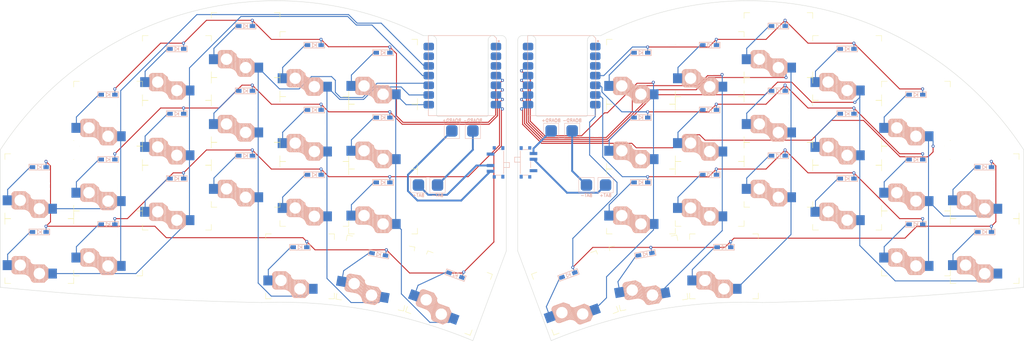
<source format=kicad_pcb>
(kicad_pcb (version 20221018) (generator pcbnew)
  (layers (0 "F.Cu" signal) (31 "B.Cu" signal) (34 "B.Paste" user) (35 "F.Paste" user) (36 "B.SilkS" user "B.Silkscreen") (37 "F.SilkS" user "F.Silkscreen") (38 "B.Mask" user) (39 "F.Mask" user) (44 "Edge.Cuts" user))
  (net 0 "")
  (net 1 "LROW1")
  (net 2 "Net-(D1-A)")
  (net 3 "LROW2")
  (net 4 "Net-(D2-A)")
  (net 5 "LROW3")
  (net 6 "Net-(D3-A)")
  (net 7 "LROW4")
  (net 8 "Net-(D4-A)")
  (net 9 "Net-(D5-A)")
  (net 10 "Net-(D6-A)")
  (net 11 "Net-(D7-A)")
  (net 12 "Net-(D8-A)")
  (net 13 "Net-(D9-A)")
  (net 14 "Net-(D10-A)")
  (net 15 "Net-(D11-A)")
  (net 16 "Net-(D12-A)")
  (net 17 "Net-(D13-A)")
  (net 18 "Net-(D14-A)")
  (net 19 "Net-(D15-A)")
  (net 20 "Net-(D16-A)")
  (net 21 "Net-(D17-A)")
  (net 22 "Net-(D18-A)")
  (net 23 "Net-(D19-A)")
  (net 24 "Net-(D20-A)")
  (net 25 "RROW1")
  (net 26 "Net-(D21-A)")
  (net 27 "RROW2")
  (net 28 "Net-(D22-A)")
  (net 29 "RROW3")
  (net 30 "Net-(D23-A)")
  (net 31 "RROW4")
  (net 32 "Net-(D24-A)")
  (net 33 "Net-(D25-A)")
  (net 34 "Net-(D26-A)")
  (net 35 "Net-(D27-A)")
  (net 36 "Net-(D28-A)")
  (net 37 "Net-(D29-A)")
  (net 38 "Net-(D30-A)")
  (net 39 "Net-(D31-A)")
  (net 40 "Net-(D32-A)")
  (net 41 "Net-(D33-A)")
  (net 42 "Net-(D34-A)")
  (net 43 "Net-(D35-A)")
  (net 44 "Net-(D36-A)")
  (net 45 "Net-(D37-A)")
  (net 46 "Net-(D38-A)")
  (net 47 "Net-(D39-A)")
  (net 48 "Net-(D40-A)")
  (net 49 "Net-(SW17A-B)")
  (net 50 "Net-(SW34A-B)")
  (net 51 "Net-(TP2-Pad1)")
  (net 52 "LCOL1")
  (net 53 "LCOL2")
  (net 54 "LCOL3")
  (net 55 "LCOL4")
  (net 56 "LCOL5")
  (net 57 "RCOL1")
  (net 58 "RCOL2")
  (net 59 "RCOL3")
  (net 60 "RCOL4")
  (net 61 "RCOL5")
  (net 62 "Net-(SW17A-C)")
  (net 63 "Net-(SW34A-C)")
  (net 71 "LGND")
  (net 75 "Net-(TP6-Pad1)")
  (net 76 "RGND")
  (footprint "kbd:ChocV1_V2_Hotswap" (layer "F.Cu") (at 181.25 69)
    (fp_text reference "SW23" hide)
    (fp_text value "SW_PUSH" hide)
  )
  (footprint "kbd:ChocV1_V2_Hotswap" (layer "F.Cu") (at 41.75 63)
    (fp_text reference "SW1" hide)
    (fp_text value "SW_PUSH" hide)
  )
  (footprint "kbd:ChocV1_V2_Hotswap" (layer "F.Cu") (at 181.25 52)
    (fp_text reference "SW22" hide)
    (fp_text value "SW_PUSH" hide)
  )
  (footprint "kbd:ChocV1_V2_Hotswap" (layer "F.Cu") (at 271.25 99)
    (fp_text reference "SW38" hide)
    (fp_text value "SW_PUSH" hide)
  )
  (footprint "kbd:5mm_hole" (layer "F.Cu") (at 189.5 42.5)
    (fp_text reference "REF**" hide)
    (fp_text value "5mm_hole" hide)
  )
  (footprint "kbd:ChocV1_V2_Hotswap" (layer "F.Cu") (at 95.75 84)
    (fp_text reference "SW15" hide)
    (fp_text value "SW_PUSH" hide)
  )
  (footprint "kbd:ChocV1_V2_Hotswap" (layer "F.Cu") (at 95.75 50)
    (fp_text reference "SW13" hide)
    (fp_text value "SW_PUSH" hide)
  )
  (footprint "kbd:ChocV1_V2_Hotswap" (layer "F.Cu") (at 59.75 85)
    (fp_text reference "SW7" hide)
    (fp_text value "SW_PUSH" hide)
  )
  (footprint "kbd:5mm_hole" (layer "F.Cu") (at 105.5 42.5)
    (fp_text reference "REF**" hide)
    (fp_text value "5mm_hole" hide)
  )
  (footprint "kbd:2.5mm_hole" (layer "F.Cu") (at 169.5 95.75)
    (fp_text reference "REF**" hide)
    (fp_text value "2.5mm_hole" hide)
  )
  (footprint "kbd:ChocV1_V2_Hotswap" (layer "F.Cu") (at 113.75 86)
    (fp_text reference "SW20" hide)
    (fp_text value "SW_PUSH" hide)
  )
  (footprint "kbd:ChocV1_V2_Hotswap" (layer "F.Cu") (at 41.75 80)
    (fp_text reference "SW2" hide)
    (fp_text value "SW_PUSH" hide)
  )
  (footprint "kbd:ChocV1_V2_Hotswap" (layer "F.Cu") (at 92 103)
    (fp_text reference "SW12" hide)
    (fp_text value "SW_PUSH" hide)
  )
  (footprint "kbd:2.5mm_hole" (layer "F.Cu") (at 169.5 67.5)
    (fp_text reference "REF**" hide)
    (fp_text value "2.5mm_hole" hide)
  )
  (footprint "kbd:ChocV1_V2_Hotswap" (layer "F.Cu") (at 181.25 86)
    (fp_text reference "SW24" hide)
    (fp_text value "SW_PUSH" hide)
  )
  (footprint "kbd:ChocV1_V2_Hotswap" (layer "F.Cu") (at 23.75 99)
    (fp_text reference "SW8" hide)
    (fp_text value "SW_PUSH" hide)
  )
  (footprint "kbd:ChocV1_V2_Hotswap" (layer "F.Cu") (at 59.75 68)
    (fp_text reference "SW6" hide)
    (fp_text value "SW_PUSH" hide)
  )
  (footprint "kbd:ChocV1_V2_Hotswap" (layer "F.Cu") (at 199.25 84)
    (fp_text reference "SW28" hide)
    (fp_text value "SW_PUSH" hide)
  )
  (footprint "kbd:ChocV1_V2_Hotswap" (layer "F.Cu") (at 203 103)
    (fp_text reference "SW33" hide)
    (fp_text value "SW_PUSH" hide)
  )
  (footprint "kbd:ChocV1_V2_Hotswap" (layer "F.Cu") (at 183.251148 104.741366 10)
    (fp_text reference "SW29" hide)
    (fp_text value "SW_PUSH" hide)
  )
  (footprint "kbd:5mm_hole" (layer "F.Cu") (at 172 101.25)
    (fp_text reference "REF**" hide)
    (fp_text value "5mm_hole" hide)
  )
  (footprint "kbd:ChocV1_V2_Hotswap" (layer "F.Cu") (at 130.996422 110.012609 -20)
    (fp_text reference "SW21" hide)
    (fp_text value "SW_PUSH" hide)
  )
  (footprint "kbd:ChocV1_V2_Hotswap" (layer "F.Cu") (at 253.25 63)
    (fp_text reference "SW39" hide)
    (fp_text value "SW_PUSH" hide)
  )
  (footprint "kbd:ChocV1_V2_Hotswap" (layer "F.Cu") (at 253.25 97)
    (fp_text reference "SW41" hide)
    (fp_text value "SW_PUSH" hide)
  )
  (footprint "kbd:5mm_hole" (layer "F.Cu") (at 123 101.25)
    (fp_text reference "REF**" hide)
    (fp_text value "5mm_hole" hide)
  )
  (footprint "kbd:ChocV1_V2_Hotswap" (layer "F.Cu") (at 113.75 69)
    (fp_text reference "SW19" hide)
    (fp_text value "SW_PUSH" hide)
  )
  (footprint "kbd:ChocV1_V2_Hotswap" (layer "F.Cu") (at 217.25 79)
    (fp_text reference "SW32" hide)
    (fp_text value "SW_PUSH" hide)
  )
  (footprint "kbd:ChocV1_V2_Hotswap" (layer "F.Cu") (at 199.25 67)
    (fp_text reference "SW27" hide)
    (fp_text value "SW_PUSH" hide)
  )
  (footprint "kbd:ChocV1_V2_Hotswap" (layer "F.Cu") (at 253.25 80)
    (fp_text reference "SW40" hide)
    (fp_text value "SW_PUSH" hide)
  )
  (footprint "kbd:ChocV1_V2_Hotswap" (layer "F.Cu") (at 217.25 62)
    (fp_text reference "SW31" hide)
    (fp_text value "SW_PUSH" hide)
  )
  (footprint "kbd:ChocV1_V2_Hotswap" (layer "F.Cu") (at 235.25 51)
    (fp_text reference "SW35" hide)
    (fp_text value "SW_PUSH" hide)
  )
  (footprint "kbd:ChocV1_V2_Hotswap" (layer "F.Cu") (at 113.75 52)
    (fp_text reference "SW18" hide)
    (fp_text value "SW_PUSH" hide)
  )
  (footprint "kbd:ChocV1_V2_Hotswap" (layer "F.Cu") (at 111.743757 104.762743 -10)
    (fp_text reference "SW16" hide)
    (fp_text value "SW_PUSH" hide)
  )
  (footprint "kbd:ChocV1_V2_Hotswap" (layer "F.Cu") (at 217.25 45)
    (fp_text reference "SW30" hide)
    (fp_text value "SW_PUSH" hide)
  )
  (footprint "kbd:ChocV1_V2_Hotswap" (layer "F.Cu") (at 235.25 68)
    (fp_text reference "SW36" hide)
    (fp_text value "SW_PUSH" hide)
  )
  (footprint "kbd:ChocV1_V2_Hotswap" (layer "F.Cu") (at 235.25 85)
    (fp_text reference "SW37" hide)
    (fp_text value "SW_PUSH" hide)
  )
  (footprint "kbd:ChocV1_V2_Hotswap" (layer "F.Cu") (at 77.75 79)
    (fp_text reference "SW11" hide)
    (fp_text value "SW_PUSH" hide)
  )
  (footprint "kbd:ChocV1_V2_Hotswap" (layer "F.Cu") (at 163.986884 109.9584 20)
    (fp_text reference "SW25" hide)
    (fp_text value "SW_PUSH" hide)
  )
  (footprint "kbd:ChocV1_V2_Hotswap" (layer "F.Cu") (at 77.75 62)
    (fp_text reference "SW10" hide)
    (fp_text value "SW_PUSH" hide)
  )
  (footprint "kbd:5mm_hole" (layer "F.Cu") (at 263 72.5)
    (fp_text reference "REF**" hide)
    (fp_text value "5mm_hole" hide)
  )
  (footprint "kbd:5mm_hole" (layer "F.Cu") (at 32 72.5)
    (fp_text reference "REF**" hide)
    (fp_text value "5mm_hole" hide)
  )
  (footprint "kbd:ChocV1_V2_Hotswap" (layer "F.Cu") (at 59.75 51)
    (fp_text reference "SW5" hide)
    (fp_text value "SW_PUSH" hide)
  )
  (footprint "kbd:2.5mm_hole" (layer "F.Cu") (at 125.5 67.5)
    (fp_text reference "REF**" hide)
    (fp_text value "2.5mm_hole" hide)
  )
  (footprint "kbd:ChocV1_V2_Hotswap" (layer "F.Cu") (at 271.25 82)
    (fp_text reference "SW42" hide)
    (fp_text value "SW_PUSH" hide)
  )
  (footprint "kbd:ChocV1_V2_Hotswap" (layer "F.Cu") (at 41.75 97)
    (fp_text reference "SW3" hide)
    (fp_text value "SW_PUSH" hide)
  )
  (footprint "kbd:ChocV1_V2_Hotswap" (layer "F.Cu") (at 199.25 50)
    (fp_text reference "SW26" hide)
    (fp_text value "SW_PUSH" hide)
  )
  (footprint "kbd:ChocV1_V2_Hotswap" (layer "F.Cu") (at 95.75 67)
    (fp_text reference "SW14" hide)
    (fp_text value "SW_PUSH" hide)
  )
  (footprint "kbd:ChocV1_V2_Hotswap" (layer "F.Cu") (at 23.75 82)
    (fp_text reference "SW4" hide)
    (fp_text value "SW_PUSH" hide)
  )
  (footprint "kbd:2.5mm_hole" (layer "F.Cu") (at 125.5 96)
    (fp_text reference "REF**" hide)
    (fp_text value "2.5mm_hole" hide)
  )
  (footprint "kbd:ChocV1_V2_Hotswap" (layer "F.Cu") (at 77.75 45)
    (fp_text reference "SW9" hide)
    (fp_text value "SW_PUSH" hide)
  )
  (footprint "kbd:D3_SMD_v2" (layer "B.Cu") (at 113.75 64 180)
    (fp_text reference "D18" hide)
    (fp_text value "D" hide)
  )
  (footprint "kbd:D3_SMD_v2" (layer "B.Cu") (at 77.75 74 180)
    (fp_text reference "D11" hide)
    (fp_text value "D" hide)
  )
  (footprint "kbd:D3_SMD_v2" (layer "B.Cu") (at 271.25 77 180)
    (fp_text reference "D40" hide)
    (fp_text value "D" hide)
  )
  (footprint "kbd:D3_SMD_v2" (layer "B.Cu") (at 77.75 57 180)
    (fp_text reference "D10" hide)
    (fp_text value "D" hide)
  )
  (footprint "kbd:D3_SMD_v2" (layer "B.Cu") (at 217.25 40 180)
    (fp_text reference "D29" hide)
    (fp_text value "D" hide)
  )
  (footprint "kbd:D3_SMD_v2" (layer "B.Cu") (at 59.75 80 180)
    (fp_text reference "D7" hide)
    (fp_text value "D" hide)
  )
  (footprint "kbd:D3_SMD_v2" (layer "B.Cu") (at 41.75 58 180)
    (fp_text reference "D1" hide)
    (fp_text value "D" hide)
  )
  (footprint "MSK-12C02:MSK-12C02" (layer "B.Cu") (at 151.025 75.75 90)
    (fp_text reference "SW34" hide)
    (fp_text value "SW_DPDT_x2" hide)
  )
  (footprint "kbd:1pad_conn_board" (layer "B.Cu") (at 131.75 67.5 180)
    (fp_text reference "BOARD+")
    (fp_text value "BOARD+" hide)
  )
  (footprint "kbd:D3_SMD_v2" (layer "B.Cu") (at 77.75 40 180)
    (fp_text reference "D9" hide)
    (fp_text value "D" hide)
  )
  (footprint "kbd:D3_SMD_v2" (layer "B.Cu") (at 203 98 180)
    (fp_text reference "D32" hide)
    (fp_text value "D" hide)
  )
  (footprint "xiao_nrf52840:xiao_nrf52840_v2" (layer "B.Cu") (at 160.5 53 180)
    (fp_text reference "U2" hide)
    (fp_text value "xiao_nrf52840" hide)
  )
  (footprint "kbd:1pad_conn_board" (layer "B.Cu") (at 137.25 67.5 180)
    (fp_text reference "BOARD-")
    (fp_text value "BOARD-" hide)
  )
  (footprint "kbd:D3_SMD_v2" (layer "B.Cu") (at 92 98 180)
    (fp_text reference "D12" hide)
    (fp_text value "D" hide)
  )
  (footprint "kbd:1pad_conn_board" (layer "B.Cu") (at 172 81.7 180)
    (fp_text reference "BAT+")
    (fp_text value "BAT+" hide)
  )
  (footprint "kbd:D3_SMD_v2" (layer "B.Cu") (at 271.25 94 180)
    (fp_text reference "D36" hide)
    (fp_text value "D" hide)
  )
  (footprint "kbd:D3_SMD_v2" (layer "B.Cu") (at 217.25 57 180)
    (fp_text reference "D30" hide)
    (fp_text value "D" hide)
  )
  (footprint "kbd:D3_SMD_v2" (layer "B.Cu") (at 23.75 77 180)
    (fp_text reference "D4" hide)
    (fp_text value "D" hide)
  )
  (footprint "kbd:D3_SMD_v2" (layer "B.Cu") (at 162.276782 105.259936 -160)
    (fp_text reference "D24" hide)
    (fp_text value "D" hide)
  )
  (footprint "kbd:D3_SMD_v2" (layer "B.Cu") (at 253.25 58 180)
    (fp_text reference "D37" hide)
    (fp_text value "D" hide)
  )
  (footprint "kbd:D3_SMD_v2" (layer "B.Cu") (at 59.75 46 180)
    (fp_text reference "D5" hide)
    (fp_text value "D" hide)
  )
  (footprint "kbd:1pad_conn_board" (layer "B.Cu") (at 163.25 67.5 180)
    (fp_text reference "BOARD-")
    (fp_text value "BOARD-" hide)
  )
  (footprint "kbd:D3_SMD_v2" (layer "B.Cu") (at 181.25 47 180)
    (fp_text reference "D21" hide)
    (fp_text value "D" hide)
  )
  (footprint "xiao_nrf52840:xiao_nrf52840_v2" (layer "B.Cu") (at 134.5 53 180)
    (fp_text reference "U1" hide)
    (fp_text value "xiao_nrf52840" hide)
  )
  (footprint "MSK-12C02:MSK-12C02" (layer "B.Cu") (at 143.975 75.75 -90)
    (fp_text reference "SW17" hide)
    (fp_text value "SW_DPDT_x2" hide)
  )
  (footprint "kbd:1pad_conn_board" (layer "B.Cu") (at 167 81.7 180)
    (fp_text reference "BAT-")
    (fp_text value "BAT-" hide)
  )
  (footprint "kbd:D3_SMD_v2" (layer "B.Cu") (at 41.75 75 180)
    (fp_text reference "D2" hide)
    (fp_text value "D" hide)
  )
  (footprint "kbd:D3_SMD_v2" (layer "B.Cu") (at 217.25 74 180)
    (fp_text reference "D31" hide)
    (fp_text value "D" hide)
  )
  (footprint "kbd:D3_SMD_v2" (layer "B.Cu") (at 113.75 81 180)
    (fp_text reference "D19" hide)
    (fp_text value "D" hide)
  )
  (footprint "kbd:D3_SMD_v2" (layer "B.Cu") (at 199.25 79 180)
    (fp_text reference "D27" hide)
    (fp_text value "D" hide)
  )
  (footprint "kbd:D3_SMD_v2" (layer "B.Cu") (at 23.75 94 180)
    (fp_text reference "D8" hide)
    (fp_text value "D" hide)
  )
  (footprint "kbd:1pad_conn_board" (layer "B.Cu") (at 157.75 67.5 180)
    (fp_text reference "BOARD+")
    (fp_text value "BOARD+" hide)
  )
  (footprint "kbd:D3_SMD_v2" (layer "B.Cu") (at 199.25 45 180)
    (fp_text reference "D25" hide)
    (fp_text value "D" hide)
  )
  (footprint "kbd:D3_SMD_v2" (layer "B.Cu") (at 59.75 63 180)
    (fp_text reference "D6" hide)
    (fp_text value "D" hide)
  )
  (footprint "kbd:1pad_conn_board" (layer "B.Cu") (at 128 81.7 180)
    (fp_text reference "BAT-")
    (fp_text value "BAT-" hide)
  )
  (footprint "kbd:D3_SMD_v2" (layer "B.Cu") (at 95.75 62 180)
    (fp_text reference "D14" hide)
    (fp_text value "D" hide)
  )
  (footprint "kbd:D3_SMD_v2" (layer "B.Cu") (at 253.25 92 180)
    (fp_text reference "D39" hide)
    (fp_text value "D" hide)
  )
  (footprint "kbd:D3_SMD_v2" (layer "B.Cu") (at 112.619163 99.84808 170)
    (fp_text reference "D16" hide)
    (fp_text value "D" hide)
  )
  (footprint "kbd:D3_SMD_v2" (layer "B.Cu") (at 95.75 79 180)
    (fp_text reference "D15" hide)
    (fp_text value "D" hide)
  )
  (footprint "kbd:D3_SMD_v2" (layer "B.Cu") (at 235.25 80 180)
    (fp_text reference "D35" hide)
    (fp_text value "D" hide)
  )
  (footprint "kbd:D3_SMD_v2" (layer "B.Cu") (at 132.703186 105.322207 160)
    (fp_text reference "D20" hide)
    (fp_text value "D" hide)
  )
  (footprint "kbd:D3_SMD_v2" (layer "B.Cu") (at 113.75 47 180)
    (fp_text reference "D17" hide)
    (fp_text value "D" hide)
  )
  (footprint "kbd:D3_SMD_v2" (layer "B.Cu") (at 182.383632 99.825631 -170)
    (fp_text reference "D28" hide)
    (fp_text value "D" hide)
  )
  (footprint "kbd:D3_SMD_v2" (layer "B.Cu") (at 199.25 62 180)
    (fp_text reference "D26" hide)
    (fp_text value "D" hide)
  )
  (footprint "kbd:D3_SMD_v2" (layer "B.Cu") (at 41.75 92 180)
    (fp_text reference "D3" hide)
    (fp_text value "D" hide)
  )
  (footprint "kbd:D3_SMD_v2" (layer "B.Cu") (at 235.25 63 180)
    (fp_text reference "D34" hide)
    (fp_text value "D" hide)
  )
  (footprint "kbd:D3_SMD_v2" (layer "B.Cu") (at 235.25 46 180)
    (fp_text reference "D33" hide)
    (fp_text value "D" hide)
  )
  (footprint "kbd:D3_SMD_v2" (layer "B.Cu") (at 181.25 64 180)
    (fp_text reference "D22" hide)
    (fp_text value "D" hide)
  )
  (footprint "kbd:D3_SMD_v2" (layer "B.Cu") (at 95.75 45 180)
    (fp_text reference "D13" hide)
    (fp_text value "D" hide)
  )
  (footprint "kbd:1pad_conn_board" (layer "B.Cu") (at 123 81.7 180)
    (fp_text reference "BAT+")
    (fp_text value "BAT+" hide)
  )
  (footprint "kbd:D3_SMD_v2" (layer "B.Cu") (at 181.25 81 180)
    (fp_text reference "D23" hide)
    (fp_text value "D" hide)
  )
  (footprint "kbd:D3_SMD_v2" (layer "B.Cu") (at 253.25 75 180)
    (fp_text reference "D38" hide)
    (fp_text value "D" hide)
  )
  (gr_line (start 137.25 122.5) (end 146 99) (stroke (width 0.1)) (layer "Edge.Cuts"))
  (gr_arc (start 281.5 108.5) (mid 247.289787 111.181348) (end 213 112.5) (stroke (width 0.1)) (layer "Edge.Cuts"))
  (gr_line (start 167.25 63.25) (end 167.25 43.75) (stroke (width 0.1)) (layer "Edge.Cuts"))
  (gr_line (start 142.5 42.5) (end 144.75 42.5) (stroke (width 0.1)) (layer "Edge.Cuts"))
  (gr_line (start 149 99) (end 157.75 122.5) (stroke (width 0.1)) (layer "Edge.Cuts"))
  (gr_arc (start 126.5 42.5) (mid 127.383883 42.866117) (end 127.75 43.75) (stroke (width 0.1)) (layer "Edge.Cuts"))
  (gr_arc (start 128.25 63.75) (mid 127.896447 63.603553) (end 127.75 63.25) (stroke (width 0.1)) (layer "Edge.Cuts"))
  (gr_arc (start 141.25 63.25) (mid 141.103553 63.603553) (end 140.75 63.75) (stroke (width 0.1)) (layer "Edge.Cuts"))
  (gr_line (start 128.25 63.75) (end 140.75 63.75) (stroke (width 0.1)) (layer "Edge.Cuts"))
  (gr_line (start 168.5 42.5) (end 170.75 42.5) (stroke (width 0.1)) (layer "Edge.Cuts"))
  (gr_arc (start 170.75 42.5) (mid 231.850316 36.364041) (end 281.5 72.5) (stroke (width 0.1)) (layer "Edge.Cuts"))
  (gr_arc (start 82 112.5) (mid 110.16468 114.518267) (end 137.25 122.5) (stroke (width 0.1)) (layer "Edge.Cuts"))
  (gr_line (start 141.25 63.25) (end 141.25 43.75) (stroke (width 0.1)) (layer "Edge.Cuts"))
  (gr_line (start 146 99) (end 146 43.75) (stroke (width 0.1)) (layer "Edge.Cuts"))
  (gr_line (start 127.75 43.75) (end 127.75 63.25) (stroke (width 0.1)) (layer "Edge.Cuts"))
  (gr_line (start 149 43.75) (end 149 99) (stroke (width 0.1)) (layer "Edge.Cuts"))
  (gr_line (start 150.25 42.5) (end 152.5 42.5) (stroke (width 0.1)) (layer "Edge.Cuts"))
  (gr_line (start 281.5 108.5) (end 281.5 72.5) (stroke (width 0.1)) (layer "Edge.Cuts"))
  (gr_line (start 153.75 63.25) (end 153.75 43.75) (stroke (width 0.1)) (layer "Edge.Cuts"))
  (gr_line (start 154.25 63.75) (end 166.75 63.75) (stroke (width 0.1)) (layer "Edge.Cuts"))
  (gr_arc (start 154.25 63.75) (mid 153.896447 63.603553) (end 153.75 63.25) (stroke (width 0.1)) (layer "Edge.Cuts"))
  (gr_arc (start 82 112.5) (mid 47.710213 111.181348) (end 13.5 108.5) (stroke (width 0.1)) (layer "Edge.Cuts"))
  (gr_line (start 126.5 42.5) (end 124.25 42.5) (stroke (width 0.1)) (layer "Edge.Cuts"))
  (gr_line (start 13.5 72.5) (end 13.5 108.5) (stroke (width 0.1)) (layer "Edge.Cuts"))
  (gr_arc (start 141.25 43.75) (mid 141.616117 42.866117) (end 142.5 42.5) (stroke (width 0.1)) (layer "Edge.Cuts"))
  (gr_arc (start 167.25 63.25) (mid 167.103553 63.603553) (end 166.75 63.75) (stroke (width 0.1)) (layer "Edge.Cuts"))
  (gr_arc (start 13.5 72.5) (mid 63.149681 36.364033) (end 124.25 42.5) (stroke (width 0.1)) (layer "Edge.Cuts"))
  (gr_arc (start 149 43.75) (mid 149.366117 42.866117) (end 150.25 42.5) (stroke (width 0.1)) (layer "Edge.Cuts"))
  (gr_arc (start 167.25 43.75) (mid 167.616117 42.866117) (end 168.5 42.5) (stroke (width 0.1)) (layer "Edge.Cuts"))
  (gr_arc (start 157.75 122.5) (mid 184.83532 114.51827) (end 213 112.5) (stroke (width 0.1)) (layer "Edge.Cuts"))
  (gr_arc (start 152.5 42.5) (mid 153.383883 42.866117) (end 153.75 43.75) (stroke (width 0.1)) (layer "Edge.Cuts"))
  (gr_arc (start 144.75 42.5) (mid 145.633883 42.866117) (end 146 43.75) (stroke (width 0.1)) (layer "Edge.Cuts"))
  (segment (start 84.5 43.5) (end 97.5 43.5) (width 0.25) (layer "F.Cu") (net 1))
  (segment (start 97.5 43.5) (end 99.425 45.425) (width 0.25) (layer "F.Cu") (net 1))
  (segment (start 99.425 45.425) (end 115.425 45.425) (width 0.25) (layer "F.Cu") (net 1))
  (segment (start 55.5 44.5) (end 61.5 44.5) (width 0.25) (layer "F.Cu") (net 1))
  (segment (start 67.5 38.5) (end 79.5 38.5) (width 0.25) (layer "F.Cu") (net 1))
  (segment (start 79.5 38.5) (end 84.5 43.5) (width 0.25) (layer "F.Cu") (net 1))
  (segment (start 145.00524 54.244982) (end 143.225 56.025222) (width 0.25) (layer "F.Cu") (net 1))
  (segment (start 117.25 47.25) (end 115.5 45.5) (width 0.25) (layer "F.Cu") (net 1))
  (segment (start 141.292894 65.25) (end 118.957106 65.25) (width 0.25) (layer "F.Cu") (net 1))
  (segment (start 43.5 56.5) (end 55.5 44.5) (width 0.25) (layer "F.Cu") (net 1))
  (segment (start 117.25 63.542894) (end 117.25 47.25) (width 0.25) (layer "F.Cu") (net 1))
  (segment (start 143.225 56.025222) (end 143.225 63.317894) (width 0.25) (layer "F.Cu") (net 1))
  (segment (start 118.957106 65.25) (end 117.25 63.542894) (width 0.25) (layer "F.Cu") (net 1))
  (segment (start 115.425 45.425) (end 115.5 45.5) (width 0.25) (layer "F.Cu") (net 1))
  (segment (start 143.225 63.317894) (end 141.292894 65.25) (width 0.25) (layer "F.Cu") (net 1))
  (segment (start 61.5 44.5) (end 67.5 38.5) (width 0.25) (layer "F.Cu") (net 1))
  (via (at 43.5 56.5) (size 0.8) (drill 0.4) (layers "F.Cu" "B.Cu") (net 1))
  (via (at 61.5 44.5) (size 0.8) (drill 0.4) (layers "F.Cu" "B.Cu") (net 1))
  (via (at 145.00524 54.244982) (size 0.8) (drill 0.4) (layers "F.Cu" "B.Cu") (net 1))
  (via (at 79.5 38.5) (size 0.8) (drill 0.4) (layers "F.Cu" "B.Cu") (net 1))
  (via (at 97.5 43.5) (size 0.8) (drill 0.4) (layers "F.Cu" "B.Cu") (net 1))
  (via (at 115.5 45.5) (size 0.8) (drill 0.4) (layers "F.Cu" "B.Cu") (net 1))
  (segment (start 61.525 44.525) (end 61.5 44.5) (width 0.25) (layer "B.Cu") (net 1))
  (segment (start 115.525 47) (end 115.525 45.525) (width 0.25) (layer "B.Cu") (net 1))
  (segment (start 97.525 43.525) (end 97.5 43.5) (width 0.25) (layer "B.Cu") (net 1))
  (segment (start 79.525 38.525) (end 79.5 38.5) (width 0.25) (layer "B.Cu") (net 1))
  (segment (start 115.525 45.525) (end 115.5 45.5) (width 0.25) (layer "B.Cu") (net 1))
  (segment (start 43.525 56.525) (end 43.5 56.5) (width 0.25) (layer "B.Cu") (net 1))
  (segment (start 97.525 45) (end 97.525 43.525) (width 0.25) (layer "B.Cu") (net 1))
  (segment (start 43.525 58) (end 43.525 56.525) (width 0.25) (layer "B.Cu") (net 1))
  (segment (start 61.525 46) (end 61.525 44.525) (width 0.25) (layer "B.Cu") (net 1))
  (segment (start 143.3 53) (end 143.760258 53) (width 0.25) (layer "B.Cu") (net 1))
  (segment (start 143.760258 53) (end 145.00524 54.244982) (width 0.25) (layer "B.Cu") (net 1))
  (segment (start 79.525 40) (end 79.525 38.525) (width 0.25) (layer "B.Cu") (net 1))
  (segment (start 39.305456 58) (end 39.975 58) (width 0.25) (layer "B.Cu") (net 2))
  (segment (start 33.45 66.7) (end 33.45 63.855456) (width 0.25) (layer "B.Cu") (net 2))
  (segment (start 33.45 63.855456) (end 39.305456 58) (width 0.25) (layer "B.Cu") (net 2))
  (segment (start 99.5 62.5) (end 97.5 60.5) (width 0.25) (layer "F.Cu") (net 3))
  (segment (start 115.5 62.5) (end 99.5 62.5) (width 0.25) (layer "F.Cu") (net 3))
  (segment (start 143.725 58.025) (end 143.725 63.525) (width 0.25) (layer "F.Cu") (net 3))
  (segment (start 55.5 61.5) (end 61.5 61.5) (width 0.25) (layer "F.Cu") (net 3))
  (segment (start 143.725 63.525) (end 141.5 65.75) (width 0.25) (layer "F.Cu") (net 3))
  (segment (start 70.805456 61.5) (end 61.5 61.5) (width 0.25) (layer "F.Cu") (net 3))
  (segment (start 97.5 60.5) (end 84.5 60.5) (width 0.25) (layer "F.Cu") (net 3))
  (segment (start 43.5 73.5) (end 55.5 61.5) (width 0.25) (layer "F.Cu") (net 3))
  (segment (start 76.805456 55.5) (end 70.805456 61.5) (width 0.25) (layer "F.Cu") (net 3))
  (segment (start 79.5 55.5) (end 76.805456 55.5) (width 0.25) (layer "F.Cu") (net 3))
  (segment (start 145 56.75) (end 143.725 58.025) (width 0.25) (layer "F.Cu") (net 3))
  (segment (start 141.5 65.75) (end 118.75 65.75) (width 0.25) (layer "F.Cu") (net 3))
  (segment (start 84.5 60.5) (end 79.5 55.5) (width 0.25) (layer "F.Cu") (net 3))
  (segment (start 118.75 65.75) (end 115.5 62.5) (width 0.25) (layer "F.Cu") (net 3))
  (via (at 97.5 60.5) (size 0.8) (drill 0.4) (layers "F.Cu" "B.Cu") (net 3))
  (via (at 61.5 61.5) (size 0.8) (drill 0.4) (layers "F.Cu" "B.Cu") (net 3))
  (via (at 115.5 62.5) (size 0.8) (drill 0.4) (layers "F.Cu" "B.Cu") (net 3))
  (via (at 43.5 73.5) (size 0.8) (drill 0.4) (layers "F.Cu" "B.Cu") (net 3))
  (via (at 145 56.75) (size 0.8) (drill 0.4) (layers "F.Cu" "B.Cu") (net 3))
  (via (at 79.5 55.5) (size 0.8) (drill 0.4) (layers "F.Cu" "B.Cu") (net 3))
  (segment (start 143.79 55.54) (end 145 56.75) (width 0.25) (layer "B.Cu") (net 3))
  (segment (start 79.525 57) (end 79.525 55.525) (width 0.25) (layer "B.Cu") (net 3))
  (segment (start 143.3 55.54) (end 143.79 55.54) (width 0.25) (layer "B.Cu") (net 3))
  (segment (start 115.525 64) (end 115.525 62.525) (width 0.25) (layer "B.Cu") (net 3))
  (segment (start 61.525 61.525) (end 61.5 61.5) (width 0.25) (layer "B.Cu") (net 3))
  (segment (start 115.525 62.525) (end 115.5 62.5) (width 0.25) (layer "B.Cu") (net 3))
  (segment (start 97.525 62) (end 97.525 60.525) (width 0.25) (layer "B.Cu") (net 3))
  (segment (start 79.525 55.525) (end 79.5 55.5) (width 0.25) (layer "B.Cu") (net 3))
  (segment (start 43.525 73.525) (end 43.5 73.5) (width 0.25) (layer "B.Cu") (net 3))
  (segment (start 61.525 63) (end 61.525 61.525) (width 0.25) (layer "B.Cu") (net 3))
  (segment (start 97.525 60.525) (end 97.5 60.5) (width 0.25) (layer "B.Cu") (net 3))
  (segment (start 43.525 75) (end 43.525 73.525) (width 0.25) (layer "B.Cu") (net 3))
  (segment (start 39.305456 75) (end 39.975 75) (width 0.25) (layer "B.Cu") (net 4))
  (segment (start 33.45 80.855456) (end 39.305456 75) (width 0.25) (layer "B.Cu") (net 4))
  (segment (start 33.45 83.7) (end 33.45 80.855456) (width 0.25) (layer "B.Cu") (net 4))
  (segment (start 145 59.25) (end 144.225 60.025) (width 0.25) (layer "F.Cu") (net 5))
  (segment (start 144.225 71.275) (end 136 79.5) (width 0.25) (layer "F.Cu") (net 5))
  (segment (start 136 79.5) (end 115.5 79.5) (width 0.25) (layer "F.Cu") (net 5))
  (segment (start 97.5 77.5) (end 99.5 79.5) (width 0.25) (layer "F.Cu") (net 5))
  (segment (start 61.5 78.5) (end 67.5 72.5) (width 0.25) (layer "F.Cu") (net 5))
  (segment (start 46.805456 90.5) (end 58.805456 78.5) (width 0.25) (layer "F.Cu") (net 5))
  (segment (start 84.5 77.5) (end 97.5 77.5) (width 0.25) (layer "F.Cu") (net 5))
  (segment (start 58.805456 78.5) (end 61.5 78.5) (width 0.25) (layer "F.Cu") (net 5))
  (segment (start 144.225 60.025) (end 144.225 71.275) (width 0.25) (layer "F.Cu") (net 5))
  (segment (start 79.5 72.5) (end 84.5 77.5) (width 0.25) (layer "F.Cu") (net 5))
  (segment (start 67.5 72.5) (end 79.5 72.5) (width 0.25) (layer "F.Cu") (net 5))
  (segment (start 99.5 79.5) (end 115.5 79.5) (width 0.25) (layer "F.Cu") (net 5))
  (segment (start 43.5 90.5) (end 46.805456 90.5) (width 0.25) (layer "F.Cu") (net 5))
  (via (at 61.5 78.5) (size 0.8) (drill 0.4) (layers "F.Cu" "B.Cu") (net 5))
  (via (at 115.5 79.5) (size 0.8) (drill 0.4) (layers "F.Cu" "B.Cu") (net 5))
  (via (at 43.5 90.5) (size 0.8) (drill 0.4) (layers "F.Cu" "B.Cu") (net 5))
  (via (at 97.5 77.5) (size 0.8) (drill 0.4) (layers "F.Cu" "B.Cu") (net 5))
  (via (at 79.5 72.5) (size 0.8) (drill 0.4) (layers "F.Cu" "B.Cu") (net 5))
  (via (at 145 59.25) (size 0.8) (drill 0.4) (layers "F.Cu" "B.Cu") (net 5))
  (segment (start 79.525 72.525) (end 79.5 72.5) (width 0.25) (layer "B.Cu") (net 5))
  (segment (start 115.525 81) (end 115.525 79.525) (width 0.25) (layer "B.Cu") (net 5))
  (segment (start 43.525 92) (end 43.525 90.525) (width 0.25) (layer "B.Cu") (net 5))
  (segment (start 79.525 74) (end 79.525 72.525) (width 0.25) (layer "B.Cu") (net 5))
  (segment (start 97.525 77.525) (end 97.5 77.5) (width 0.25) (layer "B.Cu") (net 5))
  (segment (start 97.525 79) (end 97.525 77.525) (width 0.25) (layer "B.Cu") (net 5))
  (segment (start 43.525 90.525) (end 43.5 90.5) (width 0.25) (layer "B.Cu") (net 5))
  (segment (start 143.83 58.08) (end 145 59.25) (width 0.25) (layer "B.Cu") (net 5))
  (segment (start 61.525 80) (end 61.525 78.525) (width 0.25) (layer "B.Cu") (net 5))
  (segment (start 61.525 78.525) (end 61.5 78.5) (width 0.25) (layer "B.Cu") (net 5))
  (segment (start 115.525 79.525) (end 115.5 79.5) (width 0.25) (layer "B.Cu") (net 5))
  (segment (start 143.3 58.08) (end 143.83 58.08) (width 0.25) (layer "B.Cu") (net 5))
  (segment (start 33.45 97.855456) (end 39.305456 92) (width 0.25) (layer "B.Cu") (net 6))
  (segment (start 39.305456 92) (end 39.975 92) (width 0.25) (layer "B.Cu") (net 6))
  (segment (start 33.45 100.7) (end 33.45 97.855456) (width 0.25) (layer "B.Cu") (net 6))
  (segment (start 144.725 71.482107) (end 142.75 73.457106) (width 0.25) (layer "F.Cu") (net 7))
  (segment (start 93.75 96.5) (end 95.924753 98.674753) (width 0.25) (layer "F.Cu") (net 7))
  (segment (start 57 95.5) (end 92.75 95.5) (width 0.25) (layer "F.Cu") (net 7))
  (segment (start 95.924753 98.674753) (end 114.603049 98.674753) (width 0.25) (layer "F.Cu") (net 7))
  (segment (start 145 61.75) (end 144.725 62.025) (width 0.25) (layer "F.Cu") (net 7))
  (segment (start 25.5 92.5) (end 54 92.5) (width 0.25) (layer "F.Cu") (net 7))
  (segment (start 26.675 76.675) (end 26.675 91.325) (width 0.25) (layer "F.Cu") (net 7))
  (segment (start 54 92.5) (end 57 95.5) (width 0.25) (layer "F.Cu") (net 7))
  (segment (start 144.725 62.025) (end 144.725 71.482107) (width 0.25) (layer "F.Cu") (net 7))
  (segment (start 114.603049 98.674753) (end 120.678296 104.75) (width 0.25) (layer "F.Cu") (net 7))
  (segment (start 134.622368 104.75) (end 134.861035 104.511333) (width 0.25) (layer "F.Cu") (net 7))
  (segment (start 120.678296 104.75) (end 134.622368 104.75) (width 0.25) (layer "F.Cu") (net 7))
  (segment (start 25.5 75.5) (end 26.675 76.675) (width 0.25) (layer "F.Cu") (net 7))
  (segment (start 26.675 91.325) (end 25.5 92.5) (width 0.25) (layer "F.Cu") (net 7))
  (segment (start 142.75 96.622368) (end 134.861035 104.511333) (width 0.25) (layer "F.Cu") (net 7))
  (segment (start 142.75 73.457106) (end 142.75 96.622368) (width 0.25) (layer "F.Cu") (net 7))
  (segment (start 92.75 95.5) (end 93.75 96.5) (width 0.25) (layer "F.Cu") (net 7))
  (via (at 114.603049 98.674753) (size 0.8) (drill 0.4) (layers "F.Cu" "B.Cu") (net 7))
  (via (at 134.861035 104.511333) (size 0.8) (drill 0.4) (layers "F.Cu" "B.Cu") (net 7))
  (via (at 25.5 75.5) (size 0.8) (drill 0.4) (layers "F.Cu" "B.Cu") (net 7))
  (via (at 93.75 96.5) (size 0.8) (drill 0.4) (layers "F.Cu" "B.Cu") (net 7))
  (via (at 25.5 92.5) (size 0.8) (drill 0.4) (layers "F.Cu" "B.Cu") (net 7))
  (via (at 145 61.75) (size 0.8) (drill 0.4) (layers "F.Cu" "B.Cu") (net 7))
  (segment (start 25.525 94) (end 25.525 92.525) (width 0.25) (layer "B.Cu") (net 7))
  (segment (start 25.525 75.525) (end 25.5 75.5) (width 0.25) (layer "B.Cu") (net 7))
  (segment (start 134.371139 105.929293) (end 134.875749 104.542889) (width 0.25) (layer "B.Cu") (net 7))
  (segment (start 93.775 96.525) (end 93.75 96.5) (width 0.25) (layer "B.Cu") (net 7))
  (segment (start 93.775 98) (end 93.775 96.525) (width 0.25) (layer "B.Cu") (net 7))
  (segment (start 143.3 60.62) (end 143.87 60.62) (width 0.25) (layer "B.Cu") (net 7))
  (segment (start 134.875749 104.542889) (end 134.861035 104.511333) (width 0.25) (layer "B.Cu") (net 7))
  (segment (start 114.367197 100.156306) (end 114.623328 98.703715) (width 0.25) (layer "B.Cu") (net 7))
  (segment (start 114.623328 98.703715) (end 114.603049 98.674753) (width 0.25) (layer "B.Cu") (net 7))
  (segment (start 25.525 92.525) (end 25.5 92.5) (width 0.25) (layer "B.Cu") (net 7))
  (segment (start 143.87 60.62) (end 145 61.75) (width 0.25) (layer "B.Cu") (net 7))
  (segment (start 25.525 77) (end 25.525 75.525) (width 0.25) (layer "B.Cu") (net 7))
  (segment (start 21.305456 77) (end 21.975 77) (width 0.25) (layer "B.Cu") (net 8))
  (segment (start 15.45 82.855456) (end 21.305456 77) (width 0.25) (layer "B.Cu") (net 8))
  (segment (start 15.45 85.7) (end 15.45 82.855456) (width 0.25) (layer "B.Cu") (net 8))
  (segment (start 51.45 54.7) (end 51.45 51.855456) (width 0.25) (layer "B.Cu") (net 9))
  (segment (start 51.45 51.855456) (end 57.305456 46) (width 0.25) (layer "B.Cu") (net 9))
  (segment (start 57.305456 46) (end 57.975 46) (width 0.25) (layer "B.Cu") (net 9))
  (segment (start 51.45 68.855456) (end 57.305456 63) (width 0.25) (layer "B.Cu") (net 10))
  (segment (start 51.45 71.7) (end 51.45 68.855456) (width 0.25) (layer "B.Cu") (net 10))
  (segment (start 57.305456 63) (end 57.975 63) (width 0.25) (layer "B.Cu") (net 10))
  (segment (start 51.45 85.855456) (end 57.305456 80) (width 0.25) (layer "B.Cu") (net 11))
  (segment (start 57.305456 80) (end 57.975 80) (width 0.25) (layer "B.Cu") (net 11))
  (segment (start 51.45 88.7) (end 51.45 85.855456) (width 0.25) (layer "B.Cu") (net 11))
  (segment (start 15.45 99.855456) (end 21.305456 94) (width 0.25) (layer "B.Cu") (net 12))
  (segment (start 15.45 102.7) (end 15.45 99.855456) (width 0.25) (layer "B.Cu") (net 12))
  (segment (start 21.305456 94) (end 21.975 94) (width 0.25) (layer "B.Cu") (net 12))
  (segment (start 69.45 45.855456) (end 75.305456 40) (width 0.25) (layer "B.Cu") (net 13))
  (segment (start 75.305456 40) (end 75.975 40) (width 0.25) (layer "B.Cu") (net 13))
  (segment (start 69.45 48.7) (end 69.45 45.855456) (width 0.25) (layer "B.Cu") (net 13))
  (segment (start 75.305456 57) (end 75.975 57) (width 0.25) (layer "B.Cu") (net 14))
  (segment (start 69.45 65.7) (end 69.45 62.855456) (width 0.25) (layer "B.Cu") (net 14))
  (segment (start 69.45 62.855456) (end 75.305456 57) (width 0.25) (layer "B.Cu") (net 14))
  (segment (start 69.45 82.7) (end 69.45 79.855456) (width 0.25) (layer "B.Cu") (net 15))
  (segment (start 69.45 79.855456) (end 75.305456 74) (width 0.25) (layer "B.Cu") (net 15))
  (segment (start 75.305456 74) (end 75.975 74) (width 0.25) (layer "B.Cu") (net 15))
  (segment (start 83.7 106.7) (end 83.7 103.855456) (width 0.25) (layer "B.Cu") (net 16))
  (segment (start 89.555456 98) (end 90.225 98) (width 0.25) (layer "B.Cu") (net 16))
  (segment (start 83.7 103.855456) (end 89.555456 98) (width 0.25) (layer "B.Cu") (net 16))
  (segment (start 87.45 53.7) (end 87.45 50.855456) (width 0.25) (layer "B.Cu") (net 17))
  (segment (start 87.45 50.855456) (end 93.305456 45) (width 0.25) (layer "B.Cu") (net 17))
  (segment (start 93.305456 45) (end 93.975 45) (width 0.25) (layer "B.Cu") (net 17))
  (segment (start 93.305456 62) (end 93.975 62) (width 0.25) (layer "B.Cu") (net 18))
  (segment (start 87.45 70.7) (end 87.45 67.855456) (width 0.25) (layer "B.Cu") (net 18))
  (segment (start 87.45 67.855456) (end 93.305456 62) (width 0.25) (layer "B.Cu") (net 18))
  (segment (start 93.305456 79) (end 93.975 79) (width 0.25) (layer "B.Cu") (net 19))
  (segment (start 87.45 87.7) (end 87.45 84.855456) (width 0.25) (layer "B.Cu") (net 19))
  (segment (start 87.45 84.855456) (end 93.305456 79) (width 0.25) (layer "B.Cu") (net 19))
  (segment (start 103.421305 104.163923) (end 110.195338 99.420695) (width 0.25) (layer "B.Cu") (net 20))
  (segment (start 102.927356 106.965253) (end 103.421305 104.163923) (width 0.25) (layer "B.Cu") (net 20))
  (segment (start 110.195338 99.420695) (end 110.871129 99.539855) (width 0.25) (layer "B.Cu") (net 20))
  (segment (start 105.45 55.7) (end 105.45 52.855456) (width 0.25) (layer "B.Cu") (net 21))
  (segment (start 105.45 52.855456) (end 111.305456 47) (width 0.25) (layer "B.Cu") (net 21))
  (segment (start 111.305456 47) (end 111.975 47) (width 0.25) (layer "B.Cu") (net 21))
  (segment (start 105.45 72.7) (end 105.45 69.855456) (width 0.25) (layer "B.Cu") (net 22))
  (segment (start 105.45 69.855456) (end 111.305456 64) (width 0.25) (layer "B.Cu") (net 22))
  (segment (start 111.305456 64) (end 111.975 64) (width 0.25) (layer "B.Cu") (net 22))
  (segment (start 105.45 86.855456) (end 111.305456 81) (width 0.25) (layer "B.Cu") (net 23))
  (segment (start 111.305456 81) (end 111.975 81) (width 0.25) (layer "B.Cu") (net 23))
  (segment (start 105.45 89.7) (end 105.45 86.855456) (width 0.25) (layer "B.Cu") (net 23))
  (segment (start 122.904391 107.977708) (end 130.398233 104.483273) (width 0.25) (layer "B.Cu") (net 24))
  (segment (start 130.398233 104.483273) (end 131.035231 104.715122) (width 0.25) (layer "B.Cu") (net 24))
  (segment (start 121.931499 110.650706) (end 122.904391 107.977708) (width 0.25) (layer "B.Cu") (net 24))
  (segment (start 201 43.5) (end 214 43.5) (width 0.25) (layer "F.Cu") (net 25))
  (segment (start 225 44.5) (end 237 44.5) (width 0.25) (layer "F.Cu") (net 25))
  (segment (start 183 45.5) (end 199 45.5) (width 0.25) (layer "F.Cu") (net 25))
  (segment (start 249 56.5) (end 255 56.5) (width 0.25) (layer "F.Cu") (net 25))
  (segment (start 237 44.5) (end 249 56.5) (width 0.25) (layer "F.Cu") (net 25))
  (segment (start 219 38.5) (end 225 44.5) (width 0.25) (layer "F.Cu") (net 25))
  (segment (start 214 43.5) (end 219 38.5) (width 0.25) (layer "F.Cu") (net 25))
  (segment (start 199 45.5) (end 201 43.5) (width 0.25) (layer "F.Cu") (net 25))
  (via (at 201 43.5) (size 0.8) (drill 0.4) (layers "F.Cu" "B.Cu") (net 25))
  (via (at 255 56.5) (size 0.8) (drill 0.4) (layers "F.Cu" "B.Cu") (net 25))
  (via (at 237 44.5) (size 0.8) (drill 0.4) (layers "F.Cu" "B.Cu") (net 25))
  (via (at 219 38.5) (size 0.8) (drill 0.4) (layers "F.Cu" "B.Cu") (net 25))
  (via (at 183 45.5) (size 0.8) (drill 0.4) (layers "F.Cu" "B.Cu") (net 25))
  (segment (start 179.025 45.5) (end 183 45.5) (width 0.25) (layer "B.Cu") (net 25))
  (segment (start 169.3 53) (end 171.525 53) (width 0.25) (layer "B.Cu") (net 25))
  (segment (start 219.025 38.525) (end 219 38.5) (width 0.25) (layer "B.Cu") (net 25))
  (segment (start 201.025 43.525) (end 201 43.5) (width 0.25) (layer "B.Cu") (net 25))
  (segment (start 183.025 45.525) (end 183 45.5) (width 0.25) (layer "B.Cu") (net 25))
  (segment (start 237.025 46) (end 237.025 44.525) (width 0.25) (layer "B.Cu") (net 25))
  (segment (start 255.025 56.525) (end 255 56.5) (width 0.25) (layer "B.Cu") (net 25))
  (segment (start 237.025 44.525) (end 237 44.5) (width 0.25) (layer "B.Cu") (net 25))
  (segment (start 183.025 47) (end 183.025 45.525) (width 0.25) (layer "B.Cu") (net 25))
  (segment (start 255.025 58) (end 255.025 56.525) (width 0.25) (layer "B.Cu") (net 25))
  (segment (start 171.525 53) (end 179.025 45.5) (width 0.25) (layer "B.Cu") (net 25))
  (segment (start 219.025 40) (end 219.025 38.525) (width 0.25) (layer "B.Cu") (net 25))
  (segment (start 201.025 45) (end 201.025 43.525) (width 0.25) (layer "B.Cu") (net 25))
  (segment (start 172.95 55.7) (end 172.95 52.855456) (width 0.25) (layer "B.Cu") (net 26))
  (segment (start 178.805456 47) (end 179.475 47) (width 0.25) (layer "B.Cu") (net 26))
  (segment (start 172.95 52.855456) (end 178.805456 47) (width 0.25) (layer "B.Cu") (net 26))
  (segment (start 255 73.5) (end 249 73.5) (width 0.25) (layer "F.Cu") (net 27))
  (segment (start 183 62.5) (end 199 62.5) (width 0.25) (layer "F.Cu") (net 27))
  (segment (start 199 62.5) (end 201 60.5) (width 0.25) (layer "F.Cu") (net 27))
  (segment (start 201 60.5) (end 214 60.5) (width 0.25) (layer "F.Cu") (net 27))
  (segment (start 225 61.5) (end 219 55.5) (width 0.25) (layer "F.Cu") (net 27))
  (segment (start 249 73.5) (end 237 61.5) (width 0.25) (layer "F.Cu") (net 27))
  (segment (start 214 60.5) (end 219 55.5) (width 0.25) (layer "F.Cu") (net 27))
  (segment (start 237 61.5) (end 225 61.5) (width 0.25) (layer "F.Cu") (net 27))
  (via (at 237 61.5) (size 0.8) (drill 0.4) (layers "F.Cu" "B.Cu") (net 27))
  (via (at 183 62.5) (size 0.8) (drill 0.4) (layers "F.Cu" "B.Cu") (net 27))
  (via (at 201 60.5) (size 0.8) (drill 0.4) (layers "F.Cu" "B.Cu") (net 27))
  (via (at 219 55.5) (size 0.8) (drill 0.4) (layers "F.Cu" "B.Cu") (net 27))
  (via (at 255 73.5) (size 0.8) (drill 0.4) (layers "F.Cu" "B.Cu") (net 27))
  (segment (start 255.025 75) (end 255.025 73.525) (width 0.25) (layer "B.Cu") (net 27))
  (segment (start 171.05 56.05) (end 171.05 57.3) (width 0.25) (layer "B.Cu") (net 27))
  (segment (start 183.025 62.525) (end 183 62.5) (width 0.25) (layer "B.Cu") (net 27))
  (segment (start 170.54 55.54) (end 171.05 56.05) (width 0.25) (layer "B.Cu") (net 27))
  (segment (start 219.025 55.525) (end 219 55.5) (width 0.25) (layer "B.Cu") (net 27))
  (segment (start 237.025 61.525) (end 237 61.5) (width 0.25) (layer "B.Cu") (net 27))
  (segment (start 176.25 62.5) (end 183 62.5) (width 0.25) (layer "B.Cu") (net 27))
  (segment (start 169.3 55.54) (end 170.54 55.54) (width 0.25) (layer "B.Cu") (net 27))
  (segment (start 201.025 62) (end 201.025 60.525) (width 0.25) (layer "B.Cu") (net 27))
  (segment (start 237.025 63) (end 237.025 61.525) (width 0.25) (layer "B.Cu") (net 27))
  (segment (start 255.025 73.525) (end 255 73.5) (width 0.25) (layer "B.Cu") (net 27))
  (segment (start 201.025 60.525) (end 201 60.5) (width 0.25) (layer "B.Cu") (net 27))
  (segment (start 219.025 57) (end 219.025 55.525) (width 0.25) (layer "B.Cu") (net 27))
  (segment (start 183.025 64) (end 183.025 62.525) (width 0.25) (layer "B.Cu") (net 27))
  (segment (start 171.05 57.3) (end 176.25 62.5) (width 0.25) (layer "B.Cu") (net 27))
  (segment (start 178.805456 64) (end 179.475 64) (width 0.25) (layer "B.Cu") (net 28))
  (segment (start 172.95 69.855456) (end 178.805456 64) (width 0.25) (layer "B.Cu") (net 28))
  (segment (start 172.95 72.7) (end 172.95 69.855456) (width 0.25) (layer "B.Cu") (net 28))
  (segment (start 225 78.5) (end 237 78.5) (width 0.25) (layer "F.Cu") (net 29))
  (segment (start 249 90.5) (end 255 90.5) (width 0.25) (layer "F.Cu") (net 29))
  (segment (start 183 79.5) (end 199 79.5) (width 0.25) (layer "F.Cu") (net 29))
  (segment (start 237 78.5) (end 249 90.5) (width 0.25) (layer "F.Cu") (net 29))
  (segment (start 201 77.5) (end 214 77.5) (width 0.25) (layer "F.Cu") (net 29))
  (segment (start 214 77.5) (end 219 72.5) (width 0.25) (layer "F.Cu") (net 29))
  (segment (start 199 79.5) (end 201 77.5) (width 0.25) (layer "F.Cu") (net 29))
  (segment (start 219 72.5) (end 225 78.5) (width 0.25) (layer "F.Cu") (net 29))
  (via (at 219 72.5) (size 0.8) (drill 0.4) (layers "F.Cu" "B.Cu") (net 29))
  (via (at 183 79.5) (size 0.8) (drill 0.4) (layers "F.Cu" "B.Cu") (net 29))
  (via (at 255 90.5) (size 0.8) (drill 0.4) (layers "F.Cu" "B.Cu") (net 29))
  (via (at 237 78.5) (size 0.8) (drill 0.4) (layers "F.Cu" "B.Cu") (net 29))
  (via (at 201 77.5) (size 0.8) (drill 0.4) (layers "F.Cu" "B.Cu") (net 29))
  (segment (start 183.025 81) (end 183.025 79.525) (width 0.25) (layer "B.Cu") (net 29))
  (segment (start 219.025 74) (end 219.025 72.525) (width 0.25) (layer "B.Cu") (net 29))
  (segment (start 237.025 78.525) (end 237 78.5) (width 0.25) (layer "B.Cu") (net 29))
  (segment (start 170.33 58.08) (end 171.25 59) (width 0.25) (layer "B.Cu") (net 29))
  (segment (start 176.4 79.5) (end 183 79.5) (width 0.25) (layer "B.Cu") (net 29))
  (segment (start 201.025 79) (end 201.025 77.525) (width 0.25) (layer "B.Cu") (net 29))
  (segment (start 255.025 90.525) (end 255 90.5) (width 0.25) (layer "B.Cu") (net 29))
  (segment (start 183.025 79.525) (end 183 79.5) (width 0.25) (layer "B.Cu") (net 29))
  (segment (start 169.3 58.08) (end 170.33 58.08) (width 0.25) (layer "B.Cu") (net 29))
  (segment (start 255.025 92) (end 255.025 90.525) (width 0.25) (layer "B.Cu") (net 29))
  (segment (start 171.25 74.35) (end 176.4 79.5) (width 0.25) (layer "B.Cu") (net 29))
  (segment (start 171.25 59) (end 171.25 74.35) (width 0.25) (layer "B.Cu") (net 29))
  (segment (start 237.025 80) (end 237.025 78.525) (width 0.25) (layer "B.Cu") (net 29))
  (segment (start 219.025 72.525) (end 219 72.5) (width 0.25) (layer "B.Cu") (net 29))
  (segment (start 201.025 77.525) (end 201 77.5) (width 0.25) (layer "B.Cu") (net 29))
  (segment (start 178.805456 81) (end 179.475 81) (width 0.25) (layer "B.Cu") (net 30))
  (segment (start 172.95 89.7) (end 172.95 86.855456) (width 0.25) (layer "B.Cu") (net 30))
  (segment (start 172.95 86.855456) (end 178.805456 81) (width 0.25) (layer "B.Cu") (net 30))
  (segment (start 205.625 95.625) (end 250.375 95.625) (width 0.25) (layer "F.Cu") (net 31))
  (segment (start 203.205465 98.044535) (end 204.75 96.5) (width 0.25) (layer "F.Cu") (net 31))
  (segment (start 183.846574 98.044535) (end 203.205465 98.044535) (width 0.25) (layer "F.Cu") (net 31))
  (segment (start 274.175 91.325) (end 274.175 76.675) (width 0.25) (layer "F.Cu") (net 31))
  (segment (start 273 92.5) (end 274.175 91.325) (width 0.25) (layer "F.Cu") (net 31))
  (segment (start 204.75 96.5) (end 205.625 95.625) (width 0.25) (layer "F.Cu") (net 31))
  (segment (start 250.375 95.625) (end 253.5 92.5) (width 0.25) (layer "F.Cu") (net 31))
  (segment (start 253.5 92.5) (end 273 92.5) (width 0.25) (layer "F.Cu") (net 31))
  (segment (start 168.6429 98.044535) (end 183.846574 98.044535) (width 0.25) (layer "F.Cu") (net 31))
  (segment (start 274.175 76.675) (end 273 75.5) (width 0.25) (layer "F.Cu") (net 31))
  (segment (start 163.414773 103.272662) (end 168.6429 98.044535) (width 0.25) (layer "F.Cu") (net 31))
  (via (at 163.414773 103.272662) (size 0.8) (drill 0.4) (layers "F.Cu" "B.Cu") (net 31))
  (via (at 273 75.5) (size 0.8) (drill 0.4) (layers "F.Cu" "B.Cu") (net 31))
  (via (at 183.846574 98.044535) (size 0.8) (drill 0.4) (layers "F.Cu" "B.Cu") (net 31))
  (via (at 273 92.5) (size 0.8) (drill 0.4) (layers "F.Cu" "B.Cu") (net 31))
  (via (at 204.75 96.5) (size 0.8) (drill 0.4) (layers "F.Cu" "B.Cu") (net 31))
  (segment (start 169.3 60.62) (end 169.3 63.7) (width 0.25) (layer "B.Cu") (net 31))
  (segment (start 273.025 94) (end 273.025 92.525) (width 0.25) (layer "B.Cu") (net 31))
  (segment (start 163.414773 95.683577) (end 163.414773 103.272662) (width 0.25) (layer "B.Cu") (net 31))
  (segment (start 273.025 92.525) (end 273 92.5) (width 0.25) (layer "B.Cu") (net 31))
  (segment (start 167.825 73.825) (end 175 81) (width 0.25) (layer "B.Cu") (net 31))
  (segment (start 204.775 98) (end 204.775 96.525) (width 0.25) (layer "B.Cu") (net 31))
  (segment (start 163.944737 104.65285) (end 163.448034 103.288172) (width 0.25) (layer "B.Cu") (net 31))
  (segment (start 273.025 77) (end 273.025 75.525) (width 0.25) (layer "B.Cu") (net 31))
  (segment (start 175 81) (end 175 84.09835) (width 0.25) (layer "B.Cu") (net 31))
  (segment (start 167.825 65.175) (end 167.825 73.825) (width 0.25) (layer "B.Cu") (net 31))
  (segment (start 175 84.09835) (end 163.414773 95.683577) (width 0.25) (layer "B.Cu") (net 31))
  (segment (start 204.775 96.525) (end 204.75 96.5) (width 0.25) (layer "B.Cu") (net 31))
  (segment (start 184.131666 99.517405) (end 183.875536 98.064814) (width 0.25) (layer "B.Cu") (net 31))
  (segment (start 183.875536 98.064814) (end 183.846574 98.044535) (width 0.25) (layer "B.Cu") (net 31))
  (segment (start 163.448034 103.288172) (end 163.414773 103.272662) (width 0.25) (layer "B.Cu") (net 31))
  (segment (start 273.025 75.525) (end 273 75.5) (width 0.25) (layer "B.Cu") (net 31))
  (segment (start 169.3 63.7) (end 167.825 65.175) (width 0.25) (layer "B.Cu") (net 31))
  (segment (start 157.45291 116.274029) (end 156.480018 113.601032) (width 0.25) (layer "B.Cu") (net 32))
  (segment (start 156.480018 113.601032) (end 159.979664 106.09602) (width 0.25) (layer "B.Cu") (net 32))
  (segment (start 159.979664 106.09602) (end 160.608829 105.867022) (width 0.25) (layer "B.Cu") (net 32))
  (segment (start 190.95 50.855456) (end 196.805456 45) (width 0.25) (layer "B.Cu") (net 33))
  (segment (start 196.805456 45) (end 197.475 45) (width 0.25) (layer "B.Cu") (net 33))
  (segment (start 190.95 53.7) (end 190.95 50.855456) (width 0.25) (layer "B.Cu") (net 33))
  (segment (start 190.95 70.7) (end 190.95 67.855456) (width 0.25) (layer "B.Cu") (net 34))
  (segment (start 190.95 67.855456) (end 196.805456 62) (width 0.25) (layer "B.Cu") (net 34))
  (segment (start 196.805456 62) (end 197.475 62) (width 0.25) (layer "B.Cu") (net 34))
  (segment (start 196.805456 79) (end 197.475 79) (width 0.25) (layer "B.Cu") (net 35))
  (segment (start 190.95 87.7) (end 190.95 84.855456) (width 0.25) (layer "B.Cu") (net 35))
  (segment (start 190.95 84.855456) (end 196.805456 79) (width 0.25) (layer "B.Cu") (net 35))
  (segment (start 175.225791 107.025105) (end 179.968763 100.251437) (width 0.25) (layer "B.Cu") (net 36))
  (segment (start 179.968763 100.251437) (end 180.6356 100.133856) (width 0.25) (layer "B.Cu") (net 36))
  (segment (start 175.719741 109.826435) (end 175.225791 107.025105) (width 0.25) (layer "B.Cu") (net 36))
  (segment (start 208.95 45.855456) (end 214.805456 40) (width 0.25) (layer "B.Cu") (net 37))
  (segment (start 214.805456 40) (end 215.475 40) (width 0.25) (layer "B.Cu") (net 37))
  (segment (start 208.95 48.7) (end 208.95 45.855456) (width 0.25) (layer "B.Cu") (net 37))
  (segment (start 208.95 65.7) (end 208.95 62.855456) (width 0.25) (layer "B.Cu") (net 38))
  (segment (start 208.95 62.855456) (end 214.805456 57) (width 0.25) (layer "B.Cu") (net 38))
  (segment (start 214.805456 57) (end 215.475 57) (width 0.25) (layer "B.Cu") (net 38))
  (segment (start 208.95 82.7) (end 208.95 79.855456) (width 0.25) (layer "B.Cu") (net 39))
  (segment (start 208.95 79.855456) (end 214.805456 74) (width 0.25) (layer "B.Cu") (net 39))
  (segment (start 214.805456 74) (end 215.475 74) (width 0.25) (layer "B.Cu") (net 39))
  (segment (start 194.7 106.7) (end 194.7 103.855456) (width 0.25) (layer "B.Cu") (net 40))
  (segment (start 200.555456 98) (end 201.225 98) (width 0.25) (layer "B.Cu") (net 40))
  (segment (start 194.7 103.855456) (end 200.555456 98) (width 0.25) (layer "B.Cu") (net 40))
  (segment (start 226.95 51.855456) (end 232.805456 46) (width 0.25) (layer "B.Cu") (net 41))
  (segment (start 232.805456 46) (end 233.475 46) (width 0.25) (layer "B.Cu") (net 41))
  (segment (start 226.95 54.7) (end 226.95 51.855456) (width 0.25) (layer "B.Cu") (net 41))
  (segment (start 226.95 71.7) (end 226.95 68.855456) (width 0.25) (layer "B.Cu") (net 42))
  (segment (start 226.95 68.855456) (end 232.805456 63) (width 0.25) (layer "B.Cu") (net 42))
  (segment (start 232.805456 63) (end 233.475 63) (width 0.25) (layer "B.Cu") (net 42))
  (segment (start 232.805456 80) (end 233.475 80) (width 0.25) (layer "B.Cu") (net 43))
  (segment (start 226.95 88.7) (end 226.95 85.855456) (width 0.25) (layer "B.Cu") (net 43))
  (segment (start 226.95 85.855456) (end 232.805456 80) (width 0.25) (layer "B.Cu") (net 43))
  (segment (start 268.805456 94) (end 269.475 94) (width 0.25) (layer "B.Cu") (net 44))
  (segment (start 262.95 102.7) (end 262.95 99.855456) (width 0.25) (layer "B.Cu") (net 44))
  (segment (start 262.95 99.855456) (end 268.805456 94) (width 0.25) (layer "B.Cu") (net 44))
  (segment (start 250.805456 58) (end 251.475 58) (width 0.25) (layer "B.Cu") (net 45))
  (segment (start 244.95 66.7) (end 244.95 63.855456) (width 0.25) (layer "B.Cu") (net 45))
  (segment (start 244.95 63.855456) (end 250.805456 58) (width 0.25) (layer "B.Cu") (net 45))
  (segment (start 244.95 83.7) (end 244.95 80.855456) (width 0.25) (layer "B.Cu") (net 46))
  (segment (start 250.805456 75) (end 251.475 75) (width 0.25) (layer "B.Cu") (net 46))
  (segment (start 244.95 80.855456) (end 250.805456 75) (width 0.25) (layer "B.Cu") (net 46))
  (segment (start 250.805456 92) (end 251.475 92) (width 0.25) (layer "B.Cu") (net 47))
  (segment (start 244.95 97.855456) (end 250.805456 92) (width 0.25) (layer "B.Cu") (net 47))
  (segment (start 244.95 100.7) (end 244.95 97.855456) (width 0.25) (layer "B.Cu") (net 47))
  (segment (start 262.95 85.7) (end 262.95 82.855456) (width 0.25) (layer "B.Cu") (net 48))
  (segment (start 268.805456 77) (end 269.475 77) (width 0.25) (layer "B.Cu") (net 48))
  (segment (start 262.95 82.855456) (end 268.805456 77) (width 0.25) (layer "B.Cu") (net 48))
  (segment (start 125.55 84.25) (end 123 81.7) (width 0.5) (layer "B.Cu") (net 49))
  (segment (start 130.5 84.25) (end 125.55 84.25) (width 0.5) (layer "B.Cu") (net 49))
  (segment (start 138.177 76.573) (end 141.875 76.573) (width 0.5) (layer "B.Cu") (net 49))
  (segment (start 130.5 84.25) (end 138.177 76.573) (width 0.5) (layer "B.Cu") (net 49))
  (segment (start 161.873 83.675) (end 153.125 74.927) (width 0.5) (layer "B.Cu") (net 50))
  (segment (start 170 83.7) (end 172 81.7) (width 0.5) (layer "B.Cu") (net 50))
  (segment (start 161.873 83.7) (end 161.873 83.675) (width 0.5) (layer "B.Cu") (net 50))
  (segment (start 161.873 83.7) (end 170 83.7) (width 0.5) (layer "B.Cu") (net 50))
  (segment (start 128 81.7) (end 137.25 72.45) (width 0.5) (layer "B.Cu") (net 51))
  (segment (start 137.25 72.45) (end 137.25 67.5) (width 0.5) (layer "B.Cu") (net 51))
  (segment (start 65 37) (end 45.05 56.95) (width 0.25) (layer "B.Cu") (net 52))
  (segment (start 45.05 102.9) (end 45.05 85.9) (width 0.25) (layer "B.Cu") (net 52))
  (segment (start 43.05 87.9) (end 45.05 85.9) (width 0.25) (layer "B.Cu") (net 52))
  (segment (start 45.05 56.95) (end 45.05 68.9) (width 0.25) (layer "B.Cu") (net 52))
  (segment (start 125.7 50.46) (end 124.46 50.46) (width 0.25) (layer "B.Cu") (net 52))
  (segment (start 113.25 39.25) (end 106.957106 39.25) (width 0.25) (layer "B.Cu") (net 52))
  (segment (start 106.957106 39.25) (end 104.707107 37) (width 0.25) (layer "B.Cu") (net 52))
  (segment (start 124.46 50.46) (end 113.25 39.25) (width 0.25) (layer "B.Cu") (net 52))
  (segment (start 104.707107 37) (end 65 37) (width 0.25) (layer "B.Cu") (net 52))
  (segment (start 45.05 85.9) (end 45.05 68.9) (width 0.25) (layer "B.Cu") (net 52))
  (segment (start 27.05 87.9) (end 43.05 87.9) (width 0.25) (layer "B.Cu") (net 52))
  (segment (start 49.05 104.9) (end 63.05 90.9) (width 0.25) (layer "B.Cu") (net 53))
  (segment (start 125.7 53) (end 124.096016 53) (width 0.25) (layer "B.Cu") (net 53))
  (segment (start 104.5 37.5) (end 76.525 37.5) (width 0.25) (layer "B.Cu") (net 53))
  (segment (start 110.846016 39.75) (end 106.75 39.75) (width 0.25) (layer "B.Cu") (net 53))
  (segment (start 106.75 39.75) (end 104.5 37.5) (width 0.25) (layer "B.Cu") (net 53))
  (segment (start 27.05 104.9) (end 49.05 104.9) (width 0.25) (layer "B.Cu") (net 53))
  (segment (start 63.05 73.9) (end 63.05 56.9) (width 0.25) (layer "B.Cu") (net 53))
  (segment (start 76.525 37.5) (end 63.05 50.975) (width 0.25) (layer "B.Cu") (net 53))
  (segment (start 63.05 90.9) (end 63.05 73.9) (width 0.25) (layer "B.Cu") (net 53))
  (segment (start 63.05 50.975) (end 63.05 56.9) (width 0.25) (layer "B.Cu") (net 53))
  (segment (start 124.096016 53) (end 110.846016 39.75) (width 0.25) (layer "B.Cu") (net 53))
  (segment (start 91.75 56.5) (end 86.65 56.5) (width 0.25) (layer "B.Cu") (net 54))
  (segment (start 81.05 107.4) (end 81.05 84.9) (width 0.25) (layer "B.Cu") (net 54))
  (segment (start 93.375 110.825) (end 84.475 110.825) (width 0.25) (layer "B.Cu") (net 54))
  (segment (start 81.05 50.9) (end 81.05 67.9) (width 0.25) (layer "B.Cu") (net 54))
  (segment (start 112.172361 55) (end 108.422361 58.75) (width 0.25) (layer "B.Cu") (net 54))
  (segment (start 81.05 67.9) (end 81.05 84.9) (width 0.25) (layer "B.Cu") (net 54))
  (segment (start 125.16 55) (end 112.172361 55) (width 0.25) (layer "B.Cu") (net 54))
  (segment (start 101.25 54.25) (end 100.25 53.25) (width 0.25) (layer "B.Cu") (net 54))
  (segment (start 108.422361 58.75) (end 102.607106 58.75) (width 0.25) (layer "B.Cu") (net 54))
  (segment (start 84.475 110.825) (end 81.05 107.4) (width 0.25) (layer "B.Cu") (net 54))
  (segment (start 102.607106 58.75) (end 101.25 57.392894) (width 0.25) (layer "B.Cu") (net 54))
  (segment (start 95.3 108.9) (end 93.375 110.825) (width 0.25) (layer "B.Cu") (net 54))
  (segment (start 95 53.25) (end 91.75 56.5) (width 0.25) (layer "B.Cu") (net 54))
  (segment (start 125.7 55.54) (end 125.16 55) (width 0.25) (layer "B.Cu") (net 54))
  (segment (start 100.25 53.25) (end 95 53.25) (width 0.25) (layer "B.Cu") (net 54))
  (segment (start 101.25 57.392894) (end 101.25 54.25) (width 0.25) (layer "B.Cu") (net 54))
  (segment (start 86.65 56.5) (end 81.05 50.9) (width 0.25) (layer "B.Cu") (net 54))
  (segment (start 111.904467 55.975) (end 108.629468 59.25) (width 0.25) (layer "B.Cu") (net 55))
  (segment (start 108.629468 59.25) (end 102.4 59.25) (width 0.25) (layer "B.Cu") (net 55))
  (segment (start 102.4 59.25) (end 99.05 55.9) (width 0.25) (layer "B.Cu") (net 55))
  (segment (start 99.05 89.9) (end 99.05 72.9) (width 0.25) (layer "B.Cu") (net 55))
  (segment (start 118.475 55.975) (end 111.904467 55.975) (width 0.25) (layer "B.Cu") (net 55))
  (segment (start 99.05 106.17873) (end 99.05 89.9) (width 0.25) (layer "B.Cu") (net 55))
  (segment (start 105.369379 112.498109) (end 99.05 106.17873) (width 0.25) (layer "B.Cu") (net 55))
  (segment (start 112.617137 112.498109) (end 105.369379 112.498109) (width 0.25) (layer "B.Cu") (net 55))
  (segment (start 120.58 58.08) (end 118.475 55.975) (width 0.25) (layer "B.Cu") (net 55))
  (segment (start 113.969098 111.146148) (end 112.617137 112.498109) (width 0.25) (layer "B.Cu") (net 55))
  (segment (start 99.05 72.9) (end 99.05 55.9) (width 0.25) (layer "B.Cu") (net 55))
  (segment (start 125.7 58.08) (end 120.58 58.08) (width 0.25) (layer "B.Cu") (net 55))
  (segment (start 119.77 60.62) (end 117.05 57.9) (width 0.25) (layer "B.Cu") (net 56))
  (segment (start 125.7 60.62) (end 119.77 60.62) (width 0.25) (layer "B.Cu") (net 56))
  (segment (start 117.05 74.9) (end 117.05 91.9) (width 0.25) (layer "B.Cu") (net 56))
  (segment (start 131.065221 117.69973) (end 126.006992 117.69973) (width 0.25) (layer "B.Cu") (net 56))
  (segment (start 118.5352 110.227938) (end 118.5352 93.3852) (width 0.25) (layer "B.Cu") (net 56))
  (segment (start 126.006992 117.69973) (end 118.5352 110.227938) (width 0.25) (layer "B.Cu") (net 56))
  (segment (start 118.5352 93.3852) (end 117.05 91.9) (width 0.25) (layer "B.Cu") (net 56))
  (segment (start 117.05 57.9) (end 117.05 74.9) (width 0.25) (layer "B.Cu") (net 56))
  (segment (start 132.079489 116.685462) (end 131.065221 117.69973) (width 0.25) (layer "B.Cu") (net 56))
  (segment (start 171.75 62.75) (end 172.485266 62.75) (width 0.25) (layer "F.Cu") (net 57))
  (segment (start 172.485266 62.75) (end 180.235266 55) (width 0.25) (layer "F.Cu") (net 57))
  (segment (start 180.235266 55) (end 184.25 55) (width 0.25) (layer "F.Cu") (net 57))
  (segment (start 156.078424 68.75) (end 165.75 68.75) (width 0.25) (layer "F.Cu") (net 57))
  (segment (start 152.275 64.946576) (end 156.078424 68.75) (width 0.25) (layer "F.Cu") (net 57))
  (segment (start 152.275 54.027324) (end 152.275 64.946576) (width 0.25) (layer "F.Cu") (net 57))
  (segment (start 184.25 55) (end 184.5 54.75) (width 0.25) (layer "F.Cu") (net 57))
  (segment (start 165.75 68.75) (end 171.75 62.75) (width 0.25) (layer "F.Cu") (net 57))
  (segment (start 149.974438 51.726762) (end 152.275 54.027324) (width 0.25) (layer "F.Cu") (net 57))
  (via (at 149.974438 51.726762) (size 0.8) (drill 0.4) (layers "F.Cu" "B.Cu") (net 57))
  (via (at 184.5 54.75) (size 0.8) (drill 0.4) (layers "F.Cu" "B.Cu") (net 57))
  (segment (start 184.5 54.75) (end 184.55 54.8) (width 0.25) (layer "B.Cu") (net 57))
  (segment (start 151.2412 50.46) (end 149.974438 51.726762) (width 0.25) (layer "B.Cu") (net 57))
  (segment (start 172.25 111.25) (end 172.25 105.75) (width 0.25) (layer "B.Cu") (net 57))
  (segment (start 170.530193 112.949515) (end 170.550485 112.949515) (width 0.25) (layer "B.Cu") (net 57))
  (segment (start 184.55 93.45) (end 184.55 91.9) (width 0.25) (layer "B.Cu") (net 57))
  (segment (start 170.550485 112.949515) (end 172.25 111.25) (width 0.25) (layer "B.Cu") (net 57))
  (segment (start 184.55 54.8) (end 184.55 57.9) (width 0.25) (layer "B.Cu") (net 57))
  (segment (start 172.25 105.75) (end 184.55 93.45) (width 0.25) (layer "B.Cu") (net 57))
  (segment (start 184.55 74.9) (end 184.55 91.9) (width 0.25) (layer "B.Cu") (net 57))
  (segment (start 151.7 50.46) (end 151.2412 50.46) (width 0.25) (layer "B.Cu") (net 57))
  (segment (start 184.55 57.9) (end 184.55 74.9) (width 0.25) (layer "B.Cu") (net 57))
  (segment (start 169.105788 114.37392) (end 170.530193 112.949515) (width 0.25) (layer "B.Cu") (net 57))
  (segment (start 149.99476 54.244982) (end 151.775 56.025222) (width 0.25) (layer "F.Cu") (net 58))
  (segment (start 179 62.391244) (end 179 57.427639) (width 0.25) (layer "F.Cu") (net 58))
  (segment (start 151.775 65.153682) (end 155.871318 69.25) (width 0.25) (layer "F.Cu") (net 58))
  (segment (start 202.2255 53) (end 202.5 52.7255) (width 0.25) (layer "F.Cu") (net 58))
  (segment (start 155.871318 69.25) (end 172.141244 69.25) (width 0.25) (layer "F.Cu") (net 58))
  (segment (start 198.720532 53) (end 202.2255 53) (width 0.25) (layer "F.Cu") (net 58))
  (segment (start 180.802639 55.625) (end 196.095533 55.625) (width 0.25) (layer "F.Cu") (net 58))
  (segment (start 196.095533 55.625) (end 198.720532 53) (width 0.25) (layer "F.Cu") (net 58))
  (segment (start 151.775 56.025222) (end 151.775 65.153682) (width 0.25) (layer "F.Cu") (net 58))
  (segment (start 172.141244 69.25) (end 179 62.391244) (width 0.25) (layer "F.Cu") (net 58))
  (segment (start 179 57.427639) (end 180.802639 55.625) (width 0.25) (layer "F.Cu") (net 58))
  (via (at 202.5 52.7255) (size 0.8) (drill 0.4) (layers "F.Cu" "B.Cu") (net 58))
  (via (at 149.99476 54.244982) (size 0.8) (drill 0.4) (layers "F.Cu" "B.Cu") (net 58))
  (segment (start 202.55 52.7755) (end 202.55 55.9) (width 0.25) (layer "B.Cu") (net 58))
  (segment (start 202.55 93.634176) (end 202.55 89.9) (width 0.25) (layer "B.Cu") (net 58))
  (segment (start 202.5 52.7255) (end 202.55 52.7755) (width 0.25) (layer "B.Cu") (net 58))
  (segment (start 202.55 89.9) (end 202.55 72.9) (width 0.25) (layer "B.Cu") (net 58))
  (segment (start 151.7 53) (end 151.239742 53) (width 0.25) (layer "B.Cu") (net 58))
  (segment (start 151.239742 53) (end 149.99476 54.244982) (width 0.25) (layer "B.Cu") (net 58))
  (segment (start 202.55 72.9) (end 202.55 55.9) (width 0.25) (layer "B.Cu") (net 58))
  (segment (start 187.525538 108.658638) (end 202.55 93.634176) (width 0.25) (layer "B.Cu") (net 58))
  (segment (start 187.525538 109.978693) (end 187.525538 108.658638) (width 0.25) (layer "B.Cu") (net 58))
  (segment (start 151.275 65.360788) (end 155.664212 69.75) (width 0.25) (layer "F.Cu") (net 59))
  (segment (start 195.730278 56.697361) (end 198.927639 53.5) (width 0.25) (layer "F.Cu") (net 59))
  (segment (start 185.400989 56.697361) (end 195.730278 56.697361) (width 0.25) (layer "F.Cu") (net 59))
  (segment (start 150 56.75) (end 151.275 58.025) (width 0.25) (layer "F.Cu") (net 59))
  (segment (start 172.34835 69.75) (end 185.400989 56.697361) (width 0.25) (layer "F.Cu") (net 59))
  (segment (start 198.927639 53.5) (end 219.25 53.5) (width 0.25) (layer "F.Cu") (net 59))
  (segment (start 155.664212 69.75) (end 172.34835 69.75) (width 0.25) (layer "F.Cu") (net 59))
  (segment (start 151.275 58.025) (end 151.275 65.360788) (width 0.25) (layer "F.Cu") (net 59))
  (via (at 150 56.75) (size 0.8) (drill 0.4) (layers "F.Cu" "B.Cu") (net 59))
  (via (at 219.25 53.5) (size 0.8) (drill 0.4) (layers "F.Cu" "B.Cu") (net 59))
  (segment (start 151.7 55.54) (end 151.21 55.54) (width 0.25) (layer "B.Cu") (net 59))
  (segment (start 219.25 52.2) (end 220.55 50.9) (width 0.25) (layer "B.Cu") (net 59))
  (segment (start 206.3 108.9) (end 220.55 94.65) (width 0.25) (layer "B.Cu") (net 59))
  (segment (start 219.25 53.5) (end 219.25 52.2) (width 0.25) (layer "B.Cu") (net 59))
  (segment (start 220.55 94.65) (end 220.55 84.9) (width 0.25) (layer "B.Cu") (net 59))
  (segment (start 220.55 50.9) (end 220.55 67.9) (width 0.25) (layer "B.Cu") (net 59))
  (segment (start 220.55 67.9) (end 220.55 84.9) (width 0.25) (layer "B.Cu") (net 59))
  (segment (start 151.21 55.54) (end 150 56.75) (width 0.25) (layer "B.Cu") (net 59))
  (segment (start 150.775 60.025) (end 150.775 65.567894) (width 0.25) (layer "F.Cu") (net 60))
  (segment (start 217.025 54.725) (end 220.725 54.725) (width 0.25) (layer "F.Cu") (net 60))
  (segment (start 226 60) (end 237.25 60) (width 0.25) (layer "F.Cu") (net 60))
  (segment (start 220.725 54.725) (end 226 60) (width 0.25) (layer "F.Cu") (net 60))
  (segment (start 172.555456 70.25) (end 184.805456 58) (width 0.25) (layer "F.Cu") (net 60))
  (segment (start 213.75 58) (end 217.025 54.725) (width 0.25) (layer "F.Cu") (net 60))
  (segment (start 150.775 65.567894) (end 155.457106 70.25) (width 0.25) (layer "F.Cu") (net 60))
  (segment (start 184.805456 58) (end 213.75 58) (width 0.25) (layer "F.Cu") (net 60))
  (segment (start 150 59.25) (end 150.775 60.025) (width 0.25) (layer "F.Cu") (net 60))
  (segment (start 155.457106 70.25) (end 172.555456 70.25) (width 0.25) (layer "F.Cu") (net 60))
  (via (at 150 59.25) (size 0.8) (drill 0.4) (layers "F.Cu" "B.Cu") (net 60))
  (via (at 237.25 60) (size 0.8) (drill 0.4) (layers "F.Cu" "B.Cu") (net 60))
  (segment (start 247.825 106.825) (end 238.55 97.55) (width 0.25) (layer "B.Cu") (net 60))
  (segment (start 238.55 73.9) (end 238.55 90.9) (width 0.25) (layer "B.Cu") (net 60))
  (segment (start 274.55 104.9) (end 272.625 106.825) (width 0.25) (layer "B.Cu") (net 60))
  (segment (start 272.625 106.825) (end 247.825 106.825) (width 0.25) (layer "B.Cu") (net 60))
  (segment (start 237.25 60) (end 238.55 58.7) (width 0.25) (layer "B.Cu") (net 60))
  (segment (start 238.55 97.55) (end 238.55 90.9) (width 0.25) (layer "B.Cu") (net 60))
  (segment (start 151.17 58.08) (end 150 59.25) (width 0.25) (layer "B.Cu") (net 60))
  (segment (start 238.55 56.9) (end 238.55 73.9) (width 0.25) (layer "B.Cu") (net 60))
  (segment (start 151.7 58.08) (end 151.17 58.08) (width 0.25) (layer "B.Cu") (net 60))
  (segment (start 238.55 58.7) (end 238.55 56.9) (width 0.25) (layer "B.Cu") (net 60))
  (segment (start 225.880456 69.925) (end 231.055456 64.75) (width 0.25) (layer "F.Cu") (net 61))
  (segment (start 150 61.75) (end 150.275 62.025) (width 0.25) (layer "F.Cu") (net 61))
  (segment (start 257.75 73) (end 257.75 71.5) (width 0.25) (layer "F.Cu") (net 61))
  (segment (start 178.863425 70.75) (end 180.038425 71.925) (width 0.25) (layer "F.Cu") (net 61))
  (segment (start 239.542894 64.75) (end 249.067894 74.275) (width 0.25) (layer "F.Cu") (net 61))
  (segment (start 150.275 65.775) (end 155.25 70.75) (width 0.25) (layer "F.Cu") (net 61))
  (segment (start 196.613425 68.5) (end 198.038425 69.925) (width 0.25) (layer "F.Cu") (net 61))
  (segment (start 256.475 74.275) (end 257.75 73) (width 0.25) (layer "F.Cu") (net 61))
  (segment (start 189.575 71.925) (end 193 68.5) (width 0.25) (layer "F.Cu") (net 61))
  (segment (start 150.275 62.025) (end 150.275 65.775) (width 0.25) (layer "F.Cu") (net 61))
  (segment (start 155.25 70.75) (end 178.863425 70.75) (width 0.25) (layer "F.Cu") (net 61))
  (segment (start 231.055456 64.75) (end 239.542894 64.75) (width 0.25) (layer "F.Cu") (net 61))
  (segment (start 249.067894 74.275) (end 256.475 74.275) (width 0.25) (layer "F.Cu") (net 61))
  (segment (start 193 68.5) (end 196.613425 68.5) (width 0.25) (layer "F.Cu") (net 61))
  (segment (start 180.038425 71.925) (end 189.575 71.925) (width 0.25) (layer "F.Cu") (net 61))
  (segment (start 198.038425 69.925) (end 225.880456 69.925) (width 0.25) (layer "F.Cu") (net 61))
  (via (at 150 61.75) (size 0.8) (drill 0.4) (layers "F.Cu" "B.Cu") (net 61))
  (via (at 257.75 71.5) (size 0.8) (drill 0.4) (layers "F.Cu" "B.Cu") (net 61))
  (segment (start 257.75 70.1) (end 256.55 68.9) (width 0.25) (layer "B.Cu") (net 61))
  (segment (start 257.75 71.5) (end 257.75 70.1) (width 0.25) (layer "B.Cu") (net 61))
  (segment (start 256.55 70.45) (end 256.55 68.9) (width 0.25) (layer "B.Cu") (net 61))
  (segment (start 272.625 89.825) (end 260.475 89.825) (width 0.25) (layer "B.Cu") (net 61))
  (segment (start 256.55 68.9) (end 256.55 85.9) (width 0.25) (layer "B.Cu") (net 61))
  (segment (start 260.475 89.825) (end 256.55 85.9) (width 0.25) (layer "B.Cu") (net 61))
  (segment (start 151.13 60.62) (end 150 61.75) (width 0.25) (layer "B.Cu") (net 61))
  (segment (start 151.7 60.62) (end 151.13 60.62) (width 0.25) (layer "B.Cu") (net 61))
  (segment (start 274.55 87.9) (end 272.625 89.825) (width 0.25) (layer "B.Cu") (net 61))
  (segment (start 256.55 85.9) (end 256.55 102.9) (width 0.25) (layer "B.Cu") (net 61))
  (segment (start 120.25 83.25) (end 120.25 79) (width 0.5) (layer "B.Cu") (net 62))
  (segment (start 134.223 85.725) (end 141.875 78.073) (width 0.5) (layer "B.Cu") (net 62))
  (segment (start 122.75 85.75) (end 120.25 83.25) (width 0.5) (layer "B.Cu") (net 62))
  (segment (start 134.223 85.75) (end 134.223 85.725) (width 0.5) (layer "B.Cu") (net 62))
  (segment (start 120.25 79) (end 131.75 67.5) (width 0.5) (layer "B.Cu") (net 62))
  (segment (start 134.223 85.75) (end 122.75 85.75) (width 0.5) (layer "B.Cu") (net 62))
  (segment (start 157.75 67.5) (end 153.125 72.125) (width 0.5) (layer "B.Cu") (net 63))
  (segment (start 153.125 72.125) (end 153.125 73.427) (width 0.5) (layer "B.Cu") (net 63))
  (segment (start 163.25 78) (end 163.25 67.5) (width 0.5) (layer "B.Cu") (net 75))
  (segment (start 167 81.7) (end 166.95 81.7) (width 0.5) (layer "B.Cu") (net 75))
  (segment (start 166.95 81.7) (end 163.25 78) (width 0.5) (layer "B.Cu") (net 75))
)
</source>
